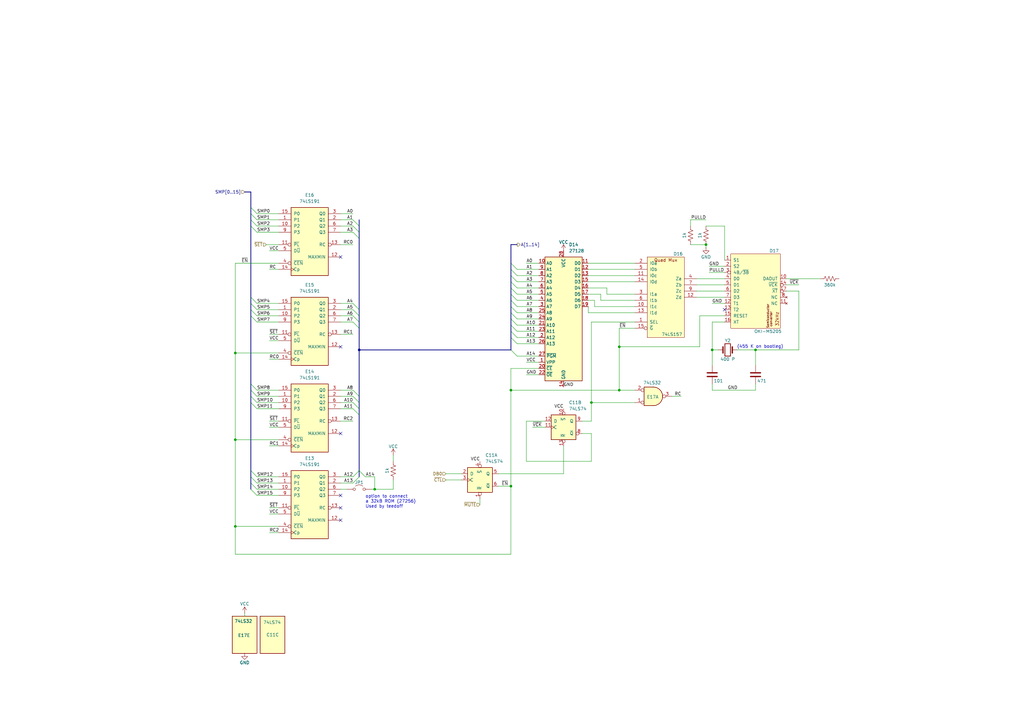
<source format=kicad_sch>
(kicad_sch (version 20231120) (generator "eeschema") (generator_version "8.0")
  (paper "A3")
  (title_block (title "PCM") (date "2024-10-12") (company "JOTEGO") (comment 1 "Jose Tejada"))
  (lib_symbols
    (symbol "Device:C" (pin_numbers hide) (pin_names (offset 0.254))
      (property "Reference" "C" (at 0.635 2.54 0))
      (property "Value" "C" (at 0.635 -2.54 0))
      (symbol "C_0_1"
        (polyline (pts (xy -2.032 -0.762) (xy 2.032 -0.762)) (stroke (width 0.508)))
        (polyline (pts (xy -2.032 0.762) (xy 2.032 0.762)) (stroke (width 0.508)))
      )
      (symbol "C_1_1"
        (pin passive line (at 0 3.81 270) (length 2.794) (name "~") (number "1"))
        (pin passive line (at 0 -3.81 90) (length 2.794) (name "~") (number "2"))
      )
    )
    (symbol "Device:Crystal" (pin_numbers hide) (pin_names (offset 1.016) hide)
      (property "Reference" "Y" (at 0 3.81 0))
      (property "Value" "Crystal" (at 0 -3.81 0))
      (symbol "Crystal_0_1"
        (rectangle (start -1.143 2.54) (end 1.143 -2.54) (stroke (width 0.3048)))
        (polyline (pts (xy -2.54 0) (xy -1.905 0)))
        (polyline (pts (xy -1.905 -1.27) (xy -1.905 1.27)) (stroke (width 0.508)))
        (polyline (pts (xy 1.905 -1.27) (xy 1.905 1.27)) (stroke (width 0.508)))
        (polyline (pts (xy 2.54 0) (xy 1.905 0)))
      )
      (symbol "Crystal_1_1"
        (pin passive line (at -3.81 0 0) (length 1.27) (name "1") (number "1"))
        (pin passive line (at 3.81 0 180) (length 1.27) (name "2") (number "2"))
      )
    )
    (symbol "Device:R_US" (pin_numbers hide) (pin_names (offset 0))
      (property "Reference" "R" (at 2.54 0 90))
      (property "Value" "R_US" (at -2.54 0 90))
      (symbol "R_US_0_1"
        (polyline (pts (xy 0 -2.286) (xy 0 -2.54)))
        (polyline (pts (xy 0 2.286) (xy 0 2.54)))
        (polyline (pts (xy 0 -0.762) (xy 1.016 -1.143) (xy 0 -1.524) (xy -1.016 -1.905) (xy 0 -2.286)))
        (polyline (pts (xy 0 0.762) (xy 1.016 0.381) (xy 0 0) (xy -1.016 -0.381) (xy 0 -0.762)))
        (polyline (pts (xy 0 2.286) (xy 1.016 1.905) (xy 0 1.524) (xy -1.016 1.143) (xy 0 0.762)))
      )
      (symbol "R_US_1_1"
        (pin passive line (at 0 3.81 270) (length 1.27) (name "~") (number "1"))
        (pin passive line (at 0 -3.81 90) (length 1.27) (name "~") (number "2"))
      )
    )
    (symbol "Jumper:Jumper_2_Open" (pin_numbers hide) (pin_names (offset 0) hide) (exclude_from_sim yes)
      (property "Reference" "JP" (at 0 2.794 0))
      (property "Value" "Jumper_2_Open" (at 0 -2.286 0))
      (symbol "Jumper_2_Open_0_0"
        (circle (center -2.032 0) (radius 0.508))
        (circle (center 2.032 0) (radius 0.508))
      )
      (symbol "Jumper_2_Open_0_1"
        (arc (start 1.524 1.27) (mid 0 1.778) (end -1.524 1.27))
      )
      (symbol "Jumper_2_Open_1_1"
        (pin passive line (at -5.08 0 0) (length 2.54) (name "A") (number "1"))
        (pin passive line (at 5.08 0 180) (length 2.54) (name "B") (number "2"))
      )
    )
    (symbol "Memory_EPROM:27128"
      (property "Reference" "U" (at -7.62 26.67 0))
      (property "Value" "27128" (at 2.54 -26.67 0))
      (symbol "27128_1_1"
        (rectangle (start -7.62 25.4) (end 7.62 -25.4) (stroke (width 0.254)) (fill (type background)))
        (pin input line (at -10.16 -17.78 0) (length 2.54) (name "VPP") (number "1"))
        (pin input line (at -10.16 22.86 0) (length 2.54) (name "A0") (number "10"))
        (pin tri_state line (at 10.16 22.86 180) (length 2.54) (name "D0") (number "11"))
        (pin tri_state line (at 10.16 20.32 180) (length 2.54) (name "D1") (number "12"))
        (pin tri_state line (at 10.16 17.78 180) (length 2.54) (name "D2") (number "13"))
        (pin power_in line (at 0 -27.94 90) (length 2.54) (name "GND") (number "14"))
        (pin tri_state line (at 10.16 15.24 180) (length 2.54) (name "D3") (number "15"))
        (pin tri_state line (at 10.16 12.7 180) (length 2.54) (name "D4") (number "16"))
        (pin tri_state line (at 10.16 10.16 180) (length 2.54) (name "D5") (number "17"))
        (pin tri_state line (at 10.16 7.62 180) (length 2.54) (name "D6") (number "18"))
        (pin tri_state line (at 10.16 5.08 180) (length 2.54) (name "D7") (number "19"))
        (pin input line (at -10.16 -7.62 0) (length 2.54) (name "A12") (number "2"))
        (pin input line (at -10.16 -20.32 0) (length 2.54) (name "~{CE}") (number "20"))
        (pin input line (at -10.16 -2.54 0) (length 2.54) (name "A10") (number "21"))
        (pin input line (at -10.16 -22.86 0) (length 2.54) (name "~{OE}") (number "22"))
        (pin input line (at -10.16 -5.08 0) (length 2.54) (name "A11") (number "23"))
        (pin input line (at -10.16 0 0) (length 2.54) (name "A9") (number "24"))
        (pin input line (at -10.16 2.54 0) (length 2.54) (name "A8") (number "25"))
        (pin input line (at -10.16 -10.16 0) (length 2.54) (name "A13") (number "26"))
        (pin input line (at -10.16 -15.24 0) (length 2.54) (name "~{PGM}") (number "27"))
        (pin power_in line (at 0 27.94 270) (length 2.54) (name "VCC") (number "28"))
        (pin input line (at -10.16 5.08 0) (length 2.54) (name "A7") (number "3"))
        (pin input line (at -10.16 7.62 0) (length 2.54) (name "A6") (number "4"))
        (pin input line (at -10.16 10.16 0) (length 2.54) (name "A5") (number "5"))
        (pin input line (at -10.16 12.7 0) (length 2.54) (name "A4") (number "6"))
        (pin input line (at -10.16 15.24 0) (length 2.54) (name "A3") (number "7"))
        (pin input line (at -10.16 17.78 0) (length 2.54) (name "A2") (number "8"))
        (pin input line (at -10.16 20.32 0) (length 2.54) (name "A1") (number "9"))
      )
    )
    (symbol "jt74:74LS157" (pin_names (offset 1.016))
      (property "Reference" "U" (at 5.08 16.51 0))
      (property "Value" "74LS157" (at 0 -16.51 0))
      (symbol "74LS157_0_0"
        (text "Quad Mux" (at 0 13.97 0) (effects (font (size 1.27 1.27))))
      )
      (symbol "74LS157_1_0"
        (pin input line (at -12.7 -11.43 0) (length 5.08) (name "SEL") (number "1"))
        (pin input line (at -12.7 -5.08 0) (length 5.08) (name "I1c") (number "10"))
        (pin input line (at -12.7 7.62 0) (length 5.08) (name "I0c") (number "11"))
        (pin output line (at 12.7 -1.27 180) (length 5.08) (name "Zd") (number "12"))
        (pin input line (at -12.7 -7.62 0) (length 5.08) (name "I1d") (number "13"))
        (pin input line (at -12.7 5.08 0) (length 5.08) (name "I0d") (number "14"))
        (pin input inverted (at -12.7 -13.97 0) (length 5.08) (name "~{G}") (number "15"))
        (pin input line (at -12.7 12.7 0) (length 5.08) (name "I0a") (number "2"))
        (pin input line (at -12.7 0 0) (length 5.08) (name "I1a") (number "3"))
        (pin output line (at 12.7 6.35 180) (length 5.08) (name "Za") (number "4"))
        (pin input line (at -12.7 10.16 0) (length 5.08) (name "I0b") (number "5"))
        (pin input line (at -12.7 -2.54 0) (length 5.08) (name "I1b") (number "6"))
        (pin output line (at 12.7 3.81 180) (length 5.08) (name "Zb") (number "7"))
        (pin output line (at 12.7 1.27 180) (length 5.08) (name "Zc") (number "9"))
      )
      (symbol "74LS157_1_1"
        (rectangle (start -7.62 15.24) (end 7.62 -17.78) (fill (type background)))
      )
    )
    (symbol "jt74:74LS191" (pin_names (offset 1.016))
      (property "Reference" "U" (at -7.62 13.97 0))
      (property "Value" "74LS191" (at -7.62 -16.51 0))
      (symbol "74LS191_1_0"
        (pin input line (at -12.7 7.62 0) (length 5.08) (name "P1") (number "1"))
        (pin input line (at -12.7 5.08 0) (length 5.08) (name "P2") (number "10"))
        (pin input inverted (at -12.7 -2.54 0) (length 5.08) (name "~{PL}") (number "11"))
        (pin output line (at 12.7 -7.62 180) (length 5.08) (name "MAXMIN") (number "12"))
        (pin output inverted (at 12.7 -2.54 180) (length 5.08) (name "RC") (number "13"))
        (pin input clock (at -12.7 -12.7 0) (length 5.08) (name "Cp") (number "14"))
        (pin input line (at -12.7 10.16 0) (length 5.08) (name "P0") (number "15"))
        (pin power_in line (at 0 12.7 270) (length 5.08) hide (name "VCC") (number "16"))
        (pin output line (at 12.7 7.62 180) (length 5.08) (name "Q1") (number "2"))
        (pin output line (at 12.7 10.16 180) (length 5.08) (name "Q0") (number "3"))
        (pin input inverted (at -12.7 -10.16 0) (length 5.08) (name "~{CEN}") (number "4"))
        (pin input line (at -12.7 -5.08 0) (length 5.08) (name "D~{U}") (number "5"))
        (pin output line (at 12.7 5.08 180) (length 5.08) (name "Q2") (number "6"))
        (pin output line (at 12.7 2.54 180) (length 5.08) (name "Q3") (number "7"))
        (pin power_in line (at 0 -15.24 90) (length 5.08) hide (name "VSS") (number "8"))
        (pin input line (at -12.7 2.54 0) (length 5.08) (name "P3") (number "9"))
      )
      (symbol "74LS191_1_1"
        (rectangle (start -7.62 12.7) (end 7.62 -15.24) (stroke (width 0.254)) (fill (type background)))
      )
    )
    (symbol "jt74:74LS32" (pin_names (offset 1.016))
      (property "Reference" "U" (at 0 1.27 0))
      (property "Value" "74LS32" (at 0 -1.27 0))
      (symbol "74LS32_1_1"
        (arc (start -3.81 -3.81) (mid -2.589 0) (end -3.81 3.81) (stroke (width 0.254)))
        (arc (start -0.6096 -3.81) (mid 2.1842 -2.5851) (end 3.81 0) (stroke (width 0.254)) (fill (type background)))
        (polyline (pts (xy -3.81 -3.81) (xy -0.635 -3.81)) (stroke (width 0.254)) (fill (type background)))
        (polyline (pts (xy -3.81 3.81) (xy -0.635 3.81)) (stroke (width 0.254)) (fill (type background)))
        (polyline (pts (xy -0.635 3.81) (xy -3.81 3.81) (xy -3.81 3.81) (xy -3.556 3.4036) (xy -3.0226 2.2606) (xy -2.6924 1.0414) (xy -2.6162 -0.254) (xy -2.7686 -1.4986) (xy -3.175 -2.7178) (xy -3.81 -3.81) (xy -3.81 -3.81) (xy -0.635 -3.81)) (stroke (width -25.4)) (fill (type background)))
        (arc (start 3.81 0) (mid 2.1915 2.5936) (end -0.6096 3.81) (stroke (width 0.254)) (fill (type background)))
        (pin input line (at -7.62 2.54 0) (length 4.318) (name "~") (number "1"))
        (pin input line (at -7.62 -2.54 0) (length 4.318) (name "~") (number "2"))
        (pin output line (at 7.62 0 180) (length 3.81) (name "~") (number "3"))
      )
      (symbol "74LS32_1_2"
        (arc (start 0 -3.81) (mid 3.7934 0) (end 0 3.81) (stroke (width 0.254)) (fill (type background)))
        (polyline (pts (xy 0 3.81) (xy -3.81 3.81) (xy -3.81 -3.81) (xy 0 -3.81)) (stroke (width 0.254)) (fill (type background)))
        (pin input inverted (at -7.62 2.54 0) (length 3.81) (name "~") (number "1"))
        (pin input inverted (at -7.62 -2.54 0) (length 3.81) (name "~") (number "2"))
        (pin output inverted (at 7.62 0 180) (length 3.81) (name "~") (number "3"))
      )
      (symbol "74LS32_2_1"
        (arc (start -3.81 -3.81) (mid -2.589 0) (end -3.81 3.81) (stroke (width 0.254)))
        (arc (start -0.6096 -3.81) (mid 2.1842 -2.5851) (end 3.81 0) (stroke (width 0.254)) (fill (type background)))
        (polyline (pts (xy -3.81 -3.81) (xy -0.635 -3.81)) (stroke (width 0.254)) (fill (type background)))
        (polyline (pts (xy -3.81 3.81) (xy -0.635 3.81)) (stroke (width 0.254)) (fill (type background)))
        (polyline (pts (xy -0.635 3.81) (xy -3.81 3.81) (xy -3.81 3.81) (xy -3.556 3.4036) (xy -3.0226 2.2606) (xy -2.6924 1.0414) (xy -2.6162 -0.254) (xy -2.7686 -1.4986) (xy -3.175 -2.7178) (xy -3.81 -3.81) (xy -3.81 -3.81) (xy -0.635 -3.81)) (stroke (width -25.4)) (fill (type background)))
        (arc (start 3.81 0) (mid 2.1915 2.5936) (end -0.6096 3.81) (stroke (width 0.254)) (fill (type background)))
        (pin input line (at -7.62 2.54 0) (length 4.318) (name "~") (number "4"))
        (pin input line (at -7.62 -2.54 0) (length 4.318) (name "~") (number "5"))
        (pin output line (at 7.62 0 180) (length 3.81) (name "~") (number "6"))
      )
      (symbol "74LS32_2_2"
        (arc (start 0 -3.81) (mid 3.7934 0) (end 0 3.81) (stroke (width 0.254)) (fill (type background)))
        (polyline (pts (xy 0 3.81) (xy -3.81 3.81) (xy -3.81 -3.81) (xy 0 -3.81)) (stroke (width 0.254)) (fill (type background)))
        (pin input inverted (at -7.62 2.54 0) (length 3.81) (name "~") (number "4"))
        (pin input inverted (at -7.62 -2.54 0) (length 3.81) (name "~") (number "5"))
        (pin output inverted (at 7.62 0 180) (length 3.81) (name "~") (number "6"))
      )
      (symbol "74LS32_3_1"
        (arc (start -3.81 -3.81) (mid -2.589 0) (end -3.81 3.81) (stroke (width 0.254)))
        (arc (start -0.6096 -3.81) (mid 2.1842 -2.5851) (end 3.81 0) (stroke (width 0.254)) (fill (type background)))
        (polyline (pts (xy -3.81 -3.81) (xy -0.635 -3.81)) (stroke (width 0.254)) (fill (type background)))
        (polyline (pts (xy -3.81 3.81) (xy -0.635 3.81)) (stroke (width 0.254)) (fill (type background)))
        (polyline (pts (xy -0.635 3.81) (xy -3.81 3.81) (xy -3.81 3.81) (xy -3.556 3.4036) (xy -3.0226 2.2606) (xy -2.6924 1.0414) (xy -2.6162 -0.254) (xy -2.7686 -1.4986) (xy -3.175 -2.7178) (xy -3.81 -3.81) (xy -3.81 -3.81) (xy -0.635 -3.81)) (stroke (width -25.4)) (fill (type background)))
        (arc (start 3.81 0) (mid 2.1915 2.5936) (end -0.6096 3.81) (stroke (width 0.254)) (fill (type background)))
        (pin input line (at -7.62 -2.54 0) (length 4.318) (name "~") (number "10"))
        (pin output line (at 7.62 0 180) (length 3.81) (name "~") (number "8"))
        (pin input line (at -7.62 2.54 0) (length 4.318) (name "~") (number "9"))
      )
      (symbol "74LS32_3_2"
        (arc (start 0 -3.81) (mid 3.7934 0) (end 0 3.81) (stroke (width 0.254)) (fill (type background)))
        (polyline (pts (xy 0 3.81) (xy -3.81 3.81) (xy -3.81 -3.81) (xy 0 -3.81)) (stroke (width 0.254)) (fill (type background)))
        (pin input inverted (at -7.62 -2.54 0) (length 3.81) (name "~") (number "10"))
        (pin output inverted (at 7.62 0 180) (length 3.81) (name "~") (number "8"))
        (pin input inverted (at -7.62 2.54 0) (length 3.81) (name "~") (number "9"))
      )
      (symbol "74LS32_4_1"
        (arc (start -3.81 -3.81) (mid -2.589 0) (end -3.81 3.81) (stroke (width 0.254)))
        (arc (start -0.6096 -3.81) (mid 2.1842 -2.5851) (end 3.81 0) (stroke (width 0.254)) (fill (type background)))
        (polyline (pts (xy -3.81 -3.81) (xy -0.635 -3.81)) (stroke (width 0.254)) (fill (type background)))
        (polyline (pts (xy -3.81 3.81) (xy -0.635 3.81)) (stroke (width 0.254)) (fill (type background)))
        (polyline (pts (xy -0.635 3.81) (xy -3.81 3.81) (xy -3.81 3.81) (xy -3.556 3.4036) (xy -3.0226 2.2606) (xy -2.6924 1.0414) (xy -2.6162 -0.254) (xy -2.7686 -1.4986) (xy -3.175 -2.7178) (xy -3.81 -3.81) (xy -3.81 -3.81) (xy -0.635 -3.81)) (stroke (width -25.4)) (fill (type background)))
        (arc (start 3.81 0) (mid 2.1915 2.5936) (end -0.6096 3.81) (stroke (width 0.254)) (fill (type background)))
        (pin output line (at 7.62 0 180) (length 3.81) (name "~") (number "11"))
        (pin input line (at -7.62 2.54 0) (length 4.318) (name "~") (number "12"))
        (pin input line (at -7.62 -2.54 0) (length 4.318) (name "~") (number "13"))
      )
      (symbol "74LS32_4_2"
        (arc (start 0 -3.81) (mid 3.7934 0) (end 0 3.81) (stroke (width 0.254)) (fill (type background)))
        (polyline (pts (xy 0 3.81) (xy -3.81 3.81) (xy -3.81 -3.81) (xy 0 -3.81)) (stroke (width 0.254)) (fill (type background)))
        (pin output inverted (at 7.62 0 180) (length 3.81) (name "~") (number "11"))
        (pin input inverted (at -7.62 2.54 0) (length 3.81) (name "~") (number "12"))
        (pin input inverted (at -7.62 -2.54 0) (length 3.81) (name "~") (number "13"))
      )
      (symbol "74LS32_5_0"
        (pin power_in line (at 0 7.62 270) (length 5.08) hide (name "VCC") (number "14"))
        (pin power_in line (at 0 -7.62 90) (length 5.08) hide (name "VSS") (number "7"))
      )
      (symbol "74LS32_5_1"
        (rectangle (start -5.08 7.62) (end 5.08 -7.62) (stroke (width 0.254)) (fill (type background)))
      )
    )
    (symbol "jt74:74LS74" (pin_names (offset 1.016))
      (property "Reference" "U" (at 0 2.54 0))
      (property "Value" "74LS74" (at 0 0 0))
      (symbol "74LS74_1_0"
        (pin input inverted (at 0 -7.62 90) (length 2.54) (name "~{R}") (number "1"))
        (pin input line (at -7.62 2.54 0) (length 2.54) (name "D") (number "2"))
        (pin input clock (at -7.62 0 0) (length 2.54) (name "C") (number "3"))
        (pin input inverted (at 0 7.62 270) (length 2.54) (name "~{S}") (number "4"))
        (pin output line (at 7.62 2.54 180) (length 2.54) (name "Q") (number "5"))
        (pin output line (at 7.62 -2.54 180) (length 2.54) (name "~{Q}") (number "6"))
      )
      (symbol "74LS74_1_1"
        (rectangle (start -5.08 5.08) (end 5.08 -5.08) (stroke (width 0.254)) (fill (type background)))
      )
      (symbol "74LS74_2_0"
        (pin input clock (at -7.62 0 0) (length 2.54) (name "C") (number "11"))
        (pin input line (at -7.62 2.54 0) (length 2.54) (name "D") (number "12"))
        (pin input inverted (at 0 -7.62 90) (length 2.54) (name "~{R}") (number "13"))
        (pin output inverted (at 7.62 -2.54 180) (length 2.54) (name "~{Q}") (number "8"))
        (pin output line (at 7.62 2.54 180) (length 2.54) (name "Q") (number "9"))
      )
      (symbol "74LS74_2_1"
        (rectangle (start -5.08 5.08) (end 5.08 -5.08) (stroke (width 0.254)) (fill (type background)))
        (pin input inverted (at 0 7.62 270) (length 2.54) (name "~{S}") (number "10"))
      )
      (symbol "74LS74_3_0"
        (pin power_in line (at 0 7.62 270) (length 2.54) hide (name "VCC") (number "14"))
        (pin power_in line (at 0 -7.62 90) (length 2.54) hide (name "VSS") (number "7"))
      )
      (symbol "74LS74_3_1"
        (rectangle (start -5.08 7.62) (end 5.08 -7.62) (stroke (width 0.254)) (fill (type background)))
      )
    )
    (symbol "oki:OKI-M5205" (pin_names (offset 1.016))
      (property "Reference" "U" (at 6.35 16.51 0))
      (property "Value" "OKI-M5205" (at 0 0 90))
      (symbol "OKI-M5205_0_0"
        (text "32kHz" (at 8.89 -11.43 900) (effects (font (size 1.27 1.27))))
        (text "converter" (at 6.35 -11.43 900) (effects (font (size 0.889 0.889))))
        (text "Semiconductor" (at 5.08 -10.16 900) (effects (font (size 0.889 0.889))))
      )
      (symbol "OKI-M5205_0_1"
        (rectangle (start -10.16 15.24) (end 10.16 -15.24) (fill (type background)))
      )
      (symbol "OKI-M5205_1_1"
        (pin input line (at -12.7 12.7 0) (length 2.54) (name "S1") (number "1"))
        (pin output line (at 12.7 5.08 180) (length 2.54) (name "DAOUT") (number "10"))
        (pin no_connect line (at 12.7 -5.08 180) (length 2.54) (name "NC") (number "11"))
        (pin input line (at -12.7 -5.08 0) (length 2.54) (name "T1") (number "12"))
        (pin input line (at -12.7 -7.62 0) (length 2.54) (name "T2") (number "13"))
        (pin output inverted (at 12.7 2.54 180) (length 2.54) (name "~{VCK}") (number "14"))
        (pin input line (at -12.7 -10.16 0) (length 2.54) (name "RESET") (number "15"))
        (pin input line (at -12.7 -12.7 0) (length 2.54) (name "XT") (number "16"))
        (pin output inverted (at 12.7 0 180) (length 2.54) (name "~{XT}") (number "17"))
        (pin power_in line (at 0 15.24 270) (length 2.54) hide (name "VCC") (number "18"))
        (pin input line (at -12.7 10.16 0) (length 2.54) (name "S2") (number "2"))
        (pin input inverted (at -12.7 7.62 0) (length 2.54) (name "4B/~{3B}") (number "3"))
        (pin input line (at -12.7 5.08 0) (length 2.54) (name "D0") (number "4"))
        (pin input line (at -12.7 2.54 0) (length 2.54) (name "D1") (number "5"))
        (pin input line (at -12.7 0 0) (length 2.54) (name "D2") (number "6"))
        (pin input line (at -12.7 -2.54 0) (length 2.54) (name "D3") (number "7"))
        (pin no_connect line (at 12.7 -2.54 180) (length 2.54) (name "NC") (number "8"))
        (pin power_in line (at 0 -15.24 90) (length 2.54) hide (name "VSS") (number "9"))
      )
    )
    (symbol "power:GND" (power) (pin_numbers hide) (pin_names (offset 0) hide)
      (property "Value" "GND" (at 0 -3.81 0))
      (symbol "GND_0_1"
        (polyline (pts (xy 0 0) (xy 0 -1.27) (xy 1.27 -1.27) (xy 0 -2.54) (xy -1.27 -1.27) (xy 0 -1.27)))
      )
      (symbol "GND_1_1"
        (pin power_in line (at 0 0 270) (length 0) (name "~") (number "1"))
      )
    )
    (symbol "power:VCC" (power) (pin_numbers hide) (pin_names (offset 0) hide)
      (property "Value" "VCC" (at 0 3.556 0))
      (symbol "VCC_0_1"
        (polyline (pts (xy -0.762 1.27) (xy 0 2.54)))
        (polyline (pts (xy 0 0) (xy 0 2.54)))
        (polyline (pts (xy 0 2.54) (xy 0.762 1.27)))
      )
      (symbol "VCC_1_1"
        (pin power_in line (at 0 0 90) (length 0) (name "~") (number "1"))
      )
    )
  )
  (junction (at 96.52 180.34))
  (junction (at 96.52 144.78))
  (junction (at 309.88 143.51))
  (junction (at 292.1 143.51))
  (junction (at 209.55 160.02))
  (junction (at 147.32 143.51))
  (junction (at 153.67 200.66))
  (junction (at 254 142.24))
  (junction (at 96.52 215.9))
  (junction (at 209.55 199.39))
  (junction (at 254 160.02))
  (junction (at 242.57 165.1))
  (junction (at 289.56 100.33))
  (no_connect (at 297.18 127))
  (no_connect (at 139.7 203.2))
  (no_connect (at 139.7 213.36))
  (no_connect (at 139.7 142.24))
  (no_connect (at 139.7 177.8))
  (no_connect (at 139.7 105.41))
  (no_connect (at 139.7 208.28))
  (bus_entry (at 209.55 115.57) (size 2.54 2.54))
  (bus_entry (at 149.86 195.58) (size -2.54 -2.54))
  (bus_entry (at 102.87 129.54) (size 2.54 2.54))
  (bus_entry (at 209.55 138.43) (size 2.54 2.54))
  (bus_entry (at 102.87 87.63) (size 2.54 2.54))
  (bus_entry (at 144.78 198.12) (size 2.54 -2.54))
  (bus_entry (at 144.78 92.71) (size 2.54 2.54))
  (bus_entry (at 144.78 160.02) (size 2.54 2.54))
  (bus_entry (at 209.55 143.51) (size 2.54 2.54))
  (bus_entry (at 102.87 157.48) (size 2.54 2.54))
  (bus_entry (at 144.78 195.58) (size 2.54 -2.54))
  (bus_entry (at 102.87 90.17) (size 2.54 2.54))
  (bus_entry (at 102.87 195.58) (size 2.54 2.54))
  (bus_entry (at 209.55 133.35) (size 2.54 2.54))
  (bus_entry (at 144.78 127) (size 2.54 2.54))
  (bus_entry (at 209.55 120.65) (size 2.54 2.54))
  (bus_entry (at 102.87 160.02) (size 2.54 2.54))
  (bus_entry (at 209.55 125.73) (size 2.54 2.54))
  (bus_entry (at 102.87 85.09) (size 2.54 2.54))
  (bus_entry (at 144.78 167.64) (size 2.54 2.54))
  (bus_entry (at 144.78 90.17) (size 2.54 2.54))
  (bus_entry (at 102.87 124.46) (size 2.54 2.54))
  (bus_entry (at 144.78 165.1) (size 2.54 2.54))
  (bus_entry (at 102.87 165.1) (size 2.54 2.54))
  (bus_entry (at 144.78 162.56) (size 2.54 2.54))
  (bus_entry (at 209.55 113.03) (size 2.54 2.54))
  (bus_entry (at 144.78 124.46) (size 2.54 2.54))
  (bus_entry (at 102.87 198.12) (size 2.54 2.54))
  (bus_entry (at 102.87 121.92) (size 2.54 2.54))
  (bus_entry (at 209.55 135.89) (size 2.54 2.54))
  (bus_entry (at 102.87 193.04) (size 2.54 2.54))
  (bus_entry (at 209.55 128.27) (size 2.54 2.54))
  (bus_entry (at 144.78 129.54) (size 2.54 2.54))
  (bus_entry (at 209.55 110.49) (size 2.54 2.54))
  (bus_entry (at 102.87 92.71) (size 2.54 2.54))
  (bus_entry (at 144.78 132.08) (size 2.54 2.54))
  (bus_entry (at 209.55 107.95) (size 2.54 2.54))
  (bus_entry (at 209.55 123.19) (size 2.54 2.54))
  (bus_entry (at 209.55 118.11) (size 2.54 2.54))
  (bus_entry (at 144.78 95.25) (size 2.54 2.54))
  (bus_entry (at 102.87 200.66) (size 2.54 2.54))
  (bus_entry (at 102.87 162.56) (size 2.54 2.54))
  (bus_entry (at 102.87 127) (size 2.54 2.54))
  (bus_entry (at 209.55 130.81) (size 2.54 2.54))
  (wire (pts (xy 223.52 175.26) (xy 218.44 175.26)))
  (wire (pts (xy 248.92 120.65) (xy 248.92 118.11)))
  (wire (pts (xy 254 142.24) (xy 254 134.62)))
  (wire (pts (xy 215.9 107.95) (xy 220.98 107.95)))
  (wire (pts (xy 242.57 189.23) (xy 242.57 177.8)))
  (bus (pts (xy 102.87 127) (xy 102.87 124.46)))
  (wire (pts (xy 212.09 133.35) (xy 220.98 133.35)))
  (wire (pts (xy 109.22 100.33) (xy 114.3 100.33)))
  (wire (pts (xy 144.78 124.46) (xy 139.7 124.46)))
  (wire (pts (xy 297.18 129.54) (xy 287.02 129.54)))
  (bus (pts (xy 102.87 92.71) (xy 102.87 121.92)))
  (wire (pts (xy 96.52 144.78) (xy 114.3 144.78)))
  (bus (pts (xy 102.87 195.58) (xy 102.87 198.12)))
  (wire (pts (xy 242.57 132.08) (xy 242.57 165.1)))
  (bus (pts (xy 102.87 157.48) (xy 102.87 160.02)))
  (wire (pts (xy 204.47 199.39) (xy 209.55 199.39)))
  (wire (pts (xy 212.09 128.27) (xy 220.98 128.27)))
  (wire (pts (xy 100.33 251.46) (xy 100.33 252.73)))
  (bus (pts (xy 102.87 193.04) (xy 102.87 195.58)))
  (wire (pts (xy 241.3 115.57) (xy 260.35 115.57)))
  (wire (pts (xy 309.88 160.02) (xy 309.88 157.48)))
  (bus (pts (xy 147.32 132.08) (xy 147.32 134.62)))
  (wire (pts (xy 196.85 204.47) (xy 196.85 207.01)))
  (wire (pts (xy 212.09 115.57) (xy 220.98 115.57)))
  (wire (pts (xy 96.52 180.34) (xy 96.52 215.9)))
  (bus (pts (xy 102.87 160.02) (xy 102.87 162.56)))
  (wire (pts (xy 290.83 109.22) (xy 297.18 109.22)))
  (wire (pts (xy 309.88 149.86) (xy 309.88 143.51)))
  (wire (pts (xy 96.52 180.34) (xy 114.3 180.34)))
  (wire (pts (xy 96.52 227.33) (xy 209.55 227.33)))
  (bus (pts (xy 102.87 78.74) (xy 100.33 78.74)))
  (wire (pts (xy 139.7 100.33) (xy 144.78 100.33)))
  (wire (pts (xy 144.78 160.02) (xy 139.7 160.02)))
  (bus (pts (xy 147.32 92.71) (xy 147.32 95.25)))
  (wire (pts (xy 212.09 123.19) (xy 220.98 123.19)))
  (bus (pts (xy 209.55 118.11) (xy 209.55 115.57)))
  (wire (pts (xy 212.09 146.05) (xy 220.98 146.05)))
  (wire (pts (xy 209.55 227.33) (xy 209.55 199.39)))
  (wire (pts (xy 254 160.02) (xy 260.35 160.02)))
  (wire (pts (xy 105.41 92.71) (xy 114.3 92.71)))
  (wire (pts (xy 260.35 132.08) (xy 242.57 132.08)))
  (bus (pts (xy 147.32 167.64) (xy 147.32 165.1)))
  (wire (pts (xy 241.3 120.65) (xy 246.38 120.65)))
  (bus (pts (xy 209.55 133.35) (xy 209.55 130.81)))
  (wire (pts (xy 105.41 167.64) (xy 114.3 167.64)))
  (wire (pts (xy 292.1 157.48) (xy 292.1 160.02)))
  (wire (pts (xy 241.3 125.73) (xy 241.3 128.27)))
  (wire (pts (xy 152.4 200.66) (xy 153.67 200.66)))
  (bus (pts (xy 209.55 125.73) (xy 209.55 123.19)))
  (bus (pts (xy 147.32 127) (xy 147.32 129.54)))
  (wire (pts (xy 327.66 119.38) (xy 327.66 143.51)))
  (wire (pts (xy 110.49 210.82) (xy 114.3 210.82)))
  (wire (pts (xy 144.78 92.71) (xy 139.7 92.71)))
  (bus (pts (xy 147.32 134.62) (xy 147.32 143.51)))
  (wire (pts (xy 215.9 148.59) (xy 220.98 148.59)))
  (wire (pts (xy 105.41 162.56) (xy 114.3 162.56)))
  (wire (pts (xy 241.3 123.19) (xy 243.84 123.19)))
  (wire (pts (xy 212.09 125.73) (xy 220.98 125.73)))
  (wire (pts (xy 287.02 142.24) (xy 254 142.24)))
  (wire (pts (xy 144.78 129.54) (xy 139.7 129.54)))
  (wire (pts (xy 212.09 120.65) (xy 220.98 120.65)))
  (wire (pts (xy 212.09 140.97) (xy 220.98 140.97)))
  (wire (pts (xy 241.3 128.27) (xy 260.35 128.27)))
  (wire (pts (xy 144.78 167.64) (xy 139.7 167.64)))
  (bus (pts (xy 102.87 129.54) (xy 102.87 157.48)))
  (wire (pts (xy 285.75 116.84) (xy 297.18 116.84)))
  (bus (pts (xy 209.55 128.27) (xy 209.55 125.73)))
  (bus (pts (xy 209.55 138.43) (xy 209.55 143.51)))
  (bus (pts (xy 102.87 162.56) (xy 102.87 165.1)))
  (wire (pts (xy 212.09 113.03) (xy 220.98 113.03)))
  (wire (pts (xy 105.41 132.08) (xy 114.3 132.08)))
  (wire (pts (xy 209.55 160.02) (xy 254 160.02)))
  (wire (pts (xy 283.21 90.17) (xy 283.21 92.71)))
  (wire (pts (xy 223.52 172.72) (xy 215.9 172.72)))
  (bus (pts (xy 102.87 165.1) (xy 102.87 193.04)))
  (wire (pts (xy 153.67 195.58) (xy 153.67 200.66)))
  (bus (pts (xy 209.55 100.33) (xy 209.55 107.95)))
  (bus (pts (xy 209.55 138.43) (xy 209.55 135.89)))
  (bus (pts (xy 147.32 193.04) (xy 147.32 170.18)))
  (wire (pts (xy 105.41 127) (xy 114.3 127)))
  (wire (pts (xy 96.52 215.9) (xy 96.52 227.33)))
  (wire (pts (xy 242.57 165.1) (xy 242.57 172.72)))
  (bus (pts (xy 209.55 135.89) (xy 209.55 133.35)))
  (wire (pts (xy 139.7 200.66) (xy 142.24 200.66)))
  (wire (pts (xy 242.57 172.72) (xy 238.76 172.72)))
  (bus (pts (xy 147.32 129.54) (xy 147.32 132.08)))
  (wire (pts (xy 110.49 139.7) (xy 114.3 139.7)))
  (wire (pts (xy 105.41 124.46) (xy 114.3 124.46)))
  (bus (pts (xy 209.55 130.81) (xy 209.55 128.27)))
  (wire (pts (xy 105.41 200.66) (xy 114.3 200.66)))
  (wire (pts (xy 285.75 119.38) (xy 297.18 119.38)))
  (wire (pts (xy 144.78 132.08) (xy 139.7 132.08)))
  (wire (pts (xy 292.1 124.46) (xy 297.18 124.46)))
  (wire (pts (xy 246.38 123.19) (xy 260.35 123.19)))
  (wire (pts (xy 275.59 162.56) (xy 279.4 162.56)))
  (bus (pts (xy 102.87 198.12) (xy 102.87 200.66)))
  (wire (pts (xy 283.21 90.17) (xy 289.56 90.17)))
  (wire (pts (xy 110.49 172.72) (xy 114.3 172.72)))
  (wire (pts (xy 139.7 137.16) (xy 144.78 137.16)))
  (wire (pts (xy 204.47 194.31) (xy 231.14 194.31)))
  (wire (pts (xy 114.3 182.88) (xy 110.49 182.88)))
  (wire (pts (xy 212.09 110.49) (xy 220.98 110.49)))
  (wire (pts (xy 322.58 114.3) (xy 336.55 114.3)))
  (wire (pts (xy 96.52 215.9) (xy 114.3 215.9)))
  (wire (pts (xy 110.49 102.87) (xy 114.3 102.87)))
  (wire (pts (xy 285.75 121.92) (xy 297.18 121.92)))
  (wire (pts (xy 105.41 90.17) (xy 114.3 90.17)))
  (bus (pts (xy 147.32 170.18) (xy 147.32 167.64)))
  (bus (pts (xy 209.55 115.57) (xy 209.55 113.03)))
  (bus (pts (xy 102.87 92.71) (xy 102.87 90.17)))
  (wire (pts (xy 292.1 143.51) (xy 292.1 149.86)))
  (bus (pts (xy 102.87 87.63) (xy 102.87 85.09)))
  (wire (pts (xy 241.3 113.03) (xy 260.35 113.03)))
  (wire (pts (xy 297.18 92.71) (xy 289.56 92.71)))
  (wire (pts (xy 110.49 110.49) (xy 114.3 110.49)))
  (wire (pts (xy 297.18 132.08) (xy 292.1 132.08)))
  (wire (pts (xy 254 134.62) (xy 260.35 134.62)))
  (wire (pts (xy 144.78 95.25) (xy 139.7 95.25)))
  (bus (pts (xy 147.32 95.25) (xy 147.32 97.79)))
  (wire (pts (xy 144.78 165.1) (xy 139.7 165.1)))
  (bus (pts (xy 209.55 123.19) (xy 209.55 120.65)))
  (wire (pts (xy 243.84 123.19) (xy 243.84 125.73)))
  (wire (pts (xy 242.57 165.1) (xy 260.35 165.1)))
  (wire (pts (xy 144.78 127) (xy 139.7 127)))
  (bus (pts (xy 147.32 97.79) (xy 147.32 127)))
  (wire (pts (xy 105.41 95.25) (xy 114.3 95.25)))
  (wire (pts (xy 241.3 107.95) (xy 260.35 107.95)))
  (wire (pts (xy 215.9 172.72) (xy 215.9 189.23)))
  (wire (pts (xy 260.35 120.65) (xy 248.92 120.65)))
  (wire (pts (xy 182.88 196.85) (xy 189.23 196.85)))
  (wire (pts (xy 254 142.24) (xy 254 160.02)))
  (wire (pts (xy 327.66 143.51) (xy 309.88 143.51)))
  (wire (pts (xy 110.49 137.16) (xy 114.3 137.16)))
  (wire (pts (xy 212.09 135.89) (xy 220.98 135.89)))
  (wire (pts (xy 297.18 106.68) (xy 297.18 92.71)))
  (wire (pts (xy 290.83 111.76) (xy 297.18 111.76)))
  (wire (pts (xy 110.49 218.44) (xy 114.3 218.44)))
  (wire (pts (xy 283.21 100.33) (xy 289.56 100.33)))
  (wire (pts (xy 209.55 160.02) (xy 209.55 199.39)))
  (bus (pts (xy 209.55 113.03) (xy 209.55 110.49)))
  (wire (pts (xy 289.56 100.33) (xy 289.56 101.6)))
  (wire (pts (xy 110.49 175.26) (xy 114.3 175.26)))
  (bus (pts (xy 147.32 195.58) (xy 147.32 193.04)))
  (wire (pts (xy 161.29 196.85) (xy 161.29 200.66)))
  (wire (pts (xy 144.78 195.58) (xy 139.7 195.58)))
  (wire (pts (xy 212.09 118.11) (xy 220.98 118.11)))
  (wire (pts (xy 105.41 203.2) (xy 114.3 203.2)))
  (wire (pts (xy 287.02 129.54) (xy 287.02 142.24)))
  (wire (pts (xy 105.41 195.58) (xy 114.3 195.58)))
  (bus (pts (xy 102.87 124.46) (xy 102.87 121.92)))
  (wire (pts (xy 322.58 116.84) (xy 327.66 116.84)))
  (wire (pts (xy 96.52 107.95) (xy 96.52 144.78)))
  (wire (pts (xy 215.9 189.23) (xy 242.57 189.23)))
  (bus (pts (xy 209.55 110.49) (xy 209.55 107.95)))
  (wire (pts (xy 241.3 110.49) (xy 260.35 110.49)))
  (wire (pts (xy 209.55 151.13) (xy 220.98 151.13)))
  (bus (pts (xy 102.87 129.54) (xy 102.87 127)))
  (bus (pts (xy 147.32 165.1) (xy 147.32 162.56)))
  (wire (pts (xy 285.75 114.3) (xy 297.18 114.3)))
  (wire (pts (xy 209.55 151.13) (xy 209.55 160.02)))
  (wire (pts (xy 243.84 125.73) (xy 260.35 125.73)))
  (wire (pts (xy 292.1 132.08) (xy 292.1 143.51)))
  (wire (pts (xy 153.67 200.66) (xy 161.29 200.66)))
  (wire (pts (xy 292.1 160.02) (xy 309.88 160.02)))
  (bus (pts (xy 147.32 143.51) (xy 209.55 143.51)))
  (wire (pts (xy 105.41 87.63) (xy 114.3 87.63)))
  (wire (pts (xy 105.41 198.12) (xy 114.3 198.12)))
  (bus (pts (xy 147.32 90.17) (xy 147.32 92.71)))
  (wire (pts (xy 292.1 143.51) (xy 294.64 143.51)))
  (wire (pts (xy 231.14 194.31) (xy 231.14 182.88)))
  (wire (pts (xy 114.3 147.32) (xy 110.49 147.32)))
  (wire (pts (xy 96.52 107.95) (xy 114.3 107.95)))
  (bus (pts (xy 209.55 100.33) (xy 212.09 100.33)))
  (wire (pts (xy 182.88 194.31) (xy 189.23 194.31)))
  (wire (pts (xy 139.7 172.72) (xy 144.78 172.72)))
  (wire (pts (xy 248.92 118.11) (xy 241.3 118.11)))
  (wire (pts (xy 322.58 119.38) (xy 327.66 119.38)))
  (wire (pts (xy 96.52 144.78) (xy 96.52 180.34)))
  (wire (pts (xy 212.09 130.81) (xy 220.98 130.81)))
  (wire (pts (xy 144.78 87.63) (xy 139.7 87.63)))
  (bus (pts (xy 147.32 162.56) (xy 147.32 143.51)))
  (wire (pts (xy 144.78 90.17) (xy 139.7 90.17)))
  (wire (pts (xy 105.41 129.54) (xy 114.3 129.54)))
  (wire (pts (xy 212.09 138.43) (xy 220.98 138.43)))
  (wire (pts (xy 161.29 186.69) (xy 161.29 189.23)))
  (wire (pts (xy 105.41 165.1) (xy 114.3 165.1)))
  (wire (pts (xy 144.78 162.56) (xy 139.7 162.56)))
  (bus (pts (xy 209.55 120.65) (xy 209.55 118.11)))
  (wire (pts (xy 110.49 208.28) (xy 114.3 208.28)))
  (wire (pts (xy 242.57 177.8) (xy 238.76 177.8)))
  (wire (pts (xy 149.86 195.58) (xy 153.67 195.58)))
  (bus (pts (xy 102.87 90.17) (xy 102.87 87.63)))
  (wire (pts (xy 302.26 143.51) (xy 309.88 143.51)))
  (wire (pts (xy 144.78 198.12) (xy 139.7 198.12)))
  (wire (pts (xy 105.41 160.02) (xy 114.3 160.02)))
  (wire (pts (xy 246.38 120.65) (xy 246.38 123.19)))
  (bus (pts (xy 102.87 78.74) (xy 102.87 85.09)))
  (wire (pts (xy 215.9 153.67) (xy 220.98 153.67)))
  (text "option to connect \na 32kB ROM (27256)\nUsed by teedoff" (at 149.86 205.74 0) (effects (font (size 1.27 1.27)) (justify left)))
  (text "(455 K on bootleg)" (at 302.26 142.24 0) (effects (font (size 1.27 1.27)) (justify left)))
  (label "RC0" (at 144.78 100.33 180))
  (label "SMP10" (at 105.41 165.1 0))
  (label "A0" (at 144.78 87.63 180))
  (label "A10" (at 215.9 133.35 0))
  (label "SMP4" (at 105.41 124.46 0))
  (label "A14" (at 153.67 195.58 180))
  (label "SMP7" (at 105.41 132.08 0))
  (label "SMP3" (at 105.41 95.25 0))
  (label "SMP15" (at 105.41 203.2 0))
  (label "SMP14" (at 105.41 200.66 0))
  (label "VCC" (at 110.49 102.87 0))
  (label "GND" (at 290.83 109.22 0))
  (label "VCC" (at 110.49 210.82 0))
  (label "A6" (at 144.78 129.54 180))
  (label "A14" (at 215.9 146.05 0))
  (label "~{SET}" (at 110.49 137.16 0))
  (label "A2" (at 215.9 113.03 0))
  (label "RC0" (at 110.49 147.32 0))
  (label "VCC" (at 110.49 139.7 0))
  (label "A5" (at 215.9 120.65 0))
  (label "A11" (at 144.78 167.64 180))
  (label "SMP9" (at 105.41 162.56 0))
  (label "A13" (at 144.78 198.12 180))
  (label "RC1" (at 110.49 182.88 0))
  (label "~{EN}" (at 254 134.62 0))
  (label "A6" (at 215.9 123.19 0))
  (label "RC" (at 110.49 110.49 0))
  (label "RC2" (at 110.49 218.44 0))
  (label "SMP2" (at 105.41 92.71 0))
  (label "A7" (at 215.9 125.73 0))
  (label "PULLD" (at 289.56 90.17 180))
  (label "GND" (at 215.9 153.67 0))
  (label "RC1" (at 144.78 137.16 180))
  (label "~{EN}" (at 205.74 199.39 0))
  (label "A12" (at 144.78 195.58 180))
  (label "A13" (at 215.9 140.97 0))
  (label "A2" (at 144.78 92.71 180))
  (label "RC" (at 279.4 162.56 180))
  (label "SMP13" (at 105.41 198.12 0))
  (label "RC2" (at 144.78 172.72 180))
  (label "SMP11" (at 105.41 167.64 0))
  (label "GND" (at 231.14 158.75 0))
  (label "VCC" (at 196.85 189.23 180))
  (label "A11" (at 215.9 135.89 0))
  (label "A7" (at 144.78 132.08 180))
  (label "A12" (at 215.9 138.43 0))
  (label "~{SET}" (at 110.49 172.72 0))
  (label "A10" (at 144.78 165.1 180))
  (label "A0" (at 215.9 107.95 0))
  (label "A3" (at 215.9 115.57 0))
  (label "A9" (at 215.9 130.81 0))
  (label "A4" (at 215.9 118.11 0))
  (label "VCC" (at 231.14 167.64 180))
  (label "A8" (at 144.78 160.02 180))
  (label "A5" (at 144.78 127 180))
  (label "A9" (at 144.78 162.56 180))
  (label "~{VCK}" (at 218.44 175.26 0))
  (label "SMP6" (at 105.41 129.54 0))
  (label "GND" (at 298.45 160.02 0))
  (label "VCC" (at 215.9 148.59 0))
  (label "A4" (at 144.78 124.46 180))
  (label "PULLD" (at 290.83 111.76 0))
  (label "~{SET}" (at 110.49 208.28 0))
  (label "~{EN}" (at 99.06 107.95 0))
  (label "A1" (at 215.9 110.49 0))
  (label "SMP8" (at 105.41 160.02 0))
  (label "~{VCK}" (at 327.66 116.84 180))
  (label "VCC" (at 110.49 175.26 0))
  (label "A1" (at 144.78 90.17 180))
  (label "A8" (at 215.9 128.27 0))
  (label "SMP1" (at 105.41 90.17 0))
  (label "SMP0" (at 105.41 87.63 0))
  (label "SMP5" (at 105.41 127 0))
  (label "SMP12" (at 105.41 195.58 0))
  (label "A3" (at 144.78 95.25 180))
  (label "GND" (at 292.1 124.46 0))
  (hierarchical_label "SMP[0..15]" (shape input) (at 100.33 78.74 180))
  (hierarchical_label "A[1..14]" (shape output) (at 212.09 100.33 0))
  (hierarchical_label "~{SET}" (shape input) (at 109.22 100.33 180))
  (hierarchical_label "DB0" (shape input) (at 182.88 194.31 180))
  (hierarchical_label "~{MUTE}" (shape input) (at 196.85 207.01 180))
  (hierarchical_label "~{CTL}" (shape input) (at 182.88 196.85 180))
  (symbol (lib_id "power:GND") (at 289.56 101.6 0) (unit 1)
    (property "Reference" "#PWR017" (effects (hide yes)))
    (property "Value" "GND" (at 289.56 105.41 0))
    (property "Description" "Power symbol creates a global label with name \"GND\" , ground" (effects (hide yes)))
  )
  (symbol (lib_id "jt74:74LS191") (at 127 134.62 0) (unit 1)
    (property "Reference" "E15" (at 127 116.84 0))
    (property "Value" "74LS191" (at 127 119.38 0))
    (property "Datasheet" "http://www.ti.com/lit/gpn/sn74LS191" (effects (hide yes)))
    (property "Description" "4-bit Synchronous Up/Down binary Counter" (effects (hide yes)))
  )
  (symbol (lib_id "power:VCC") (at 161.29 186.69 0) (unit 1)
    (property "Reference" "#PWR060" (effects (hide yes)))
    (property "Value" "VCC" (at 161.29 183.134 0))
    (property "Description" "Power symbol creates a global label with name \"VCC\"" (effects (hide yes)))
  )
  (symbol (lib_id "Memory_EPROM:27128") (at 231.14 130.81 0) (unit 1)
    (property "Reference" "D14" (at 233.3341 100.33 0) (effects (justify left)))
    (property "Value" "27128" (at 233.3341 102.87 0) (effects (justify left)))
    (property "Footprint" "Package_DIP:DIP-28_W15.24mm" (effects (hide yes)))
    (property "Datasheet" "http://eeshop.unl.edu/pdf/27128.pdf" (effects (hide yes)))
    (property "Description" "UV Erasable EPROM 128 KiBit, [Obsolete 2000-11]" (effects (hide yes)))
  )
  (symbol (lib_id "Device:R_US") (at 289.56 96.52 0) (unit 1)
    (property "Reference" "R10" (effects (hide yes)))
    (property "Value" "1k" (at 287.02 96.52 90))
    (property "Description" "Resistor, US symbol" (effects (hide yes)))
  )
  (symbol (lib_id "jt74:74LS32") (at 100.33 260.35 0) (mirror x) (unit 5)
    (property "Reference" "E17" (at 100.076 260.604 0))
    (property "Value" "74LS32" (at 99.822 254.762 0))
    (property "Datasheet" "http://www.ti.com/lit/gpn/sn74LS32" (effects (hide yes)))
    (property "Description" "Quad 2-input OR" (effects (hide yes)))
  )
  (symbol (lib_id "Device:C") (at 292.1 153.67 0) (unit 1)
    (property "Reference" "C13" (effects (hide yes)))
    (property "Value" "101" (at 292.735 156.21 0) (effects (justify left)))
    (property "Description" "Unpolarized capacitor" (effects (hide yes)))
  )
  (symbol (lib_id "jt74:74LS74") (at 196.85 196.85 0) (unit 1)
    (property "Reference" "C11" (at 199.0441 186.69 0) (effects (justify left)))
    (property "Value" "74LS74" (at 199.0441 189.23 0) (effects (justify left)))
    (property "Datasheet" "74xx/74hc_hct74.pdf" (effects (hide yes)))
    (property "Description" "Dual D Flip-flop, Set & Reset" (effects (hide yes)))
  )
  (symbol (lib_id "jt74:74LS74") (at 231.14 175.26 0) (unit 2)
    (property "Reference" "C11" (at 233.3341 165.1 0) (effects (justify left)))
    (property "Value" "74LS74" (at 233.3341 167.64 0) (effects (justify left)))
    (property "Datasheet" "74xx/74hc_hct74.pdf" (effects (hide yes)))
    (property "Description" "Dual D Flip-flop, Set & Reset" (effects (hide yes)))
  )
  (symbol (lib_id "jt74:74LS191") (at 127 205.74 0) (unit 1)
    (property "Reference" "E13" (at 127 187.96 0))
    (property "Value" "74LS191" (at 127 190.5 0))
    (property "Datasheet" "http://www.ti.com/lit/gpn/sn74LS191" (effects (hide yes)))
    (property "Description" "4-bit Synchronous Up/Down binary Counter" (effects (hide yes)))
  )
  (symbol (lib_id "Device:R_US") (at 283.21 96.52 0) (unit 1)
    (property "Reference" "R11" (effects (hide yes)))
    (property "Value" "1k" (at 280.67 96.52 90))
    (property "Description" "Resistor, US symbol" (effects (hide yes)))
  )
  (symbol (lib_id "Device:R_US") (at 340.36 114.3 90) (unit 1)
    (property "Reference" "R29" (effects (hide yes)))
    (property "Value" "360k" (at 340.36 116.84 90))
    (property "Description" "Resistor, US symbol" (effects (hide yes)))
  )
  (symbol (lib_id "jt74:74LS157") (at 273.05 120.65 0) (unit 1)
    (property "Reference" "D16" (at 278.13 104.14 0))
    (property "Value" "74LS157" (at 275.59 137.16 0))
    (property "Datasheet" "https://www.alldatasheet.com/datasheet-pdf/pdf/27402/TI/74LS157.html" (effects (hide yes)))
    (property "Description" "Quad 2 to 1 line Multiplexer" (effects (hide yes)))
  )
  (symbol (lib_id "jt74:74LS74") (at 111.76 260.35 0) (unit 3)
    (property "Reference" "C11" (at 109.22 260.35 0) (effects (justify left)))
    (property "Value" "74LS74" (at 107.95 255.27 0) (effects (justify left)))
    (property "Datasheet" "74xx/74hc_hct74.pdf" (effects (hide yes)))
    (property "Description" "Dual D Flip-flop, Set & Reset" (effects (hide yes)))
  )
  (symbol (lib_id "jt74:74LS191") (at 127 170.18 0) (unit 1)
    (property "Reference" "E14" (at 127 152.4 0))
    (property "Value" "74LS191" (at 127 154.94 0))
    (property "Datasheet" "http://www.ti.com/lit/gpn/sn74LS191" (effects (hide yes)))
    (property "Description" "4-bit Synchronous Up/Down binary Counter" (effects (hide yes)))
  )
  (symbol (lib_id "jt74:74LS32") (at 267.97 162.56 0) (mirror x) (unit 1) (convert 2)
    (property "Reference" "E17" (at 267.716 162.814 0))
    (property "Value" "74LS32" (at 267.462 156.972 0))
    (property "Datasheet" "http://www.ti.com/lit/gpn/sn74LS32" (effects (hide yes)))
    (property "Description" "Quad 2-input OR" (effects (hide yes)))
  )
  (symbol (lib_id "power:VCC") (at 100.33 251.46 0) (unit 1)
    (property "Reference" "#PWR032" (effects (hide yes)))
    (property "Value" "VCC" (at 100.33 247.65 0))
    (property "Description" "Power symbol creates a global label with name \"VCC\"" (effects (hide yes)))
  )
  (symbol (lib_id "Device:Crystal") (at 298.45 143.51 0) (unit 1)
    (property "Reference" "Y2" (at 298.45 139.7 0))
    (property "Value" "400 P" (at 298.45 147.32 0))
    (property "Description" "Two pin crystal" (effects (hide yes)))
  )
  (symbol (lib_id "Jumper:Jumper_2_Open") (at 147.32 200.66 0) (unit 1) (exclude_from_sim yes)
    (property "Reference" "JP1" (at 147.32 197.866 0))
    (property "Value" "Jumper_2_Open" (effects (hide yes)))
    (property "Description" "Jumper, 2-pole, open" (effects (hide yes)))
  )
  (symbol (lib_id "jt74:74LS191") (at 127 97.79 0) (unit 1)
    (property "Reference" "E16" (at 127 80.01 0))
    (property "Value" "74LS191" (at 127 82.55 0))
    (property "Datasheet" "http://www.ti.com/lit/gpn/sn74LS191" (effects (hide yes)))
    (property "Description" "4-bit Synchronous Up/Down binary Counter" (effects (hide yes)))
  )
  (symbol (lib_id "power:GND") (at 100.33 267.97 0) (unit 1)
    (property "Reference" "#PWR033" (effects (hide yes)))
    (property "Value" "GND" (at 100.33 271.78 0))
    (property "Description" "Power symbol creates a global label with name \"GND\" , ground" (effects (hide yes)))
  )
  (symbol (lib_id "Device:R_US") (at 161.29 193.04 0) (unit 1)
    (property "Reference" "R27" (effects (hide yes)))
    (property "Value" "1k" (at 158.75 193.04 90))
    (property "Description" "Resistor, US symbol" (effects (hide yes)))
  )
  (symbol (lib_id "Device:C") (at 309.88 153.67 0) (unit 1)
    (property "Reference" "C14" (effects (hide yes)))
    (property "Value" "471" (at 310.515 156.21 0) (effects (justify left)))
    (property "Description" "Unpolarized capacitor" (effects (hide yes)))
  )
  (symbol (lib_id "power:VCC") (at 231.14 102.87 0) (unit 1)
    (property "Reference" "#PWR031" (effects (hide yes)))
    (property "Value" "VCC" (at 231.14 99.314 0))
    (property "Description" "Power symbol creates a global label with name \"VCC\"" (effects (hide yes)))
  )
  (symbol (lib_id "oki:OKI-M5205") (at 309.88 119.38 0) (unit 1)
    (property "Reference" "D17" (at 317.5 102.87 0))
    (property "Value" "OKI-M5205" (at 314.96 135.89 0))
    (property "Datasheet" "https://console5.com/techwiki/images/f/f8/MSM5205.pdf" (effects (hide yes)))
  )
)
</source>
